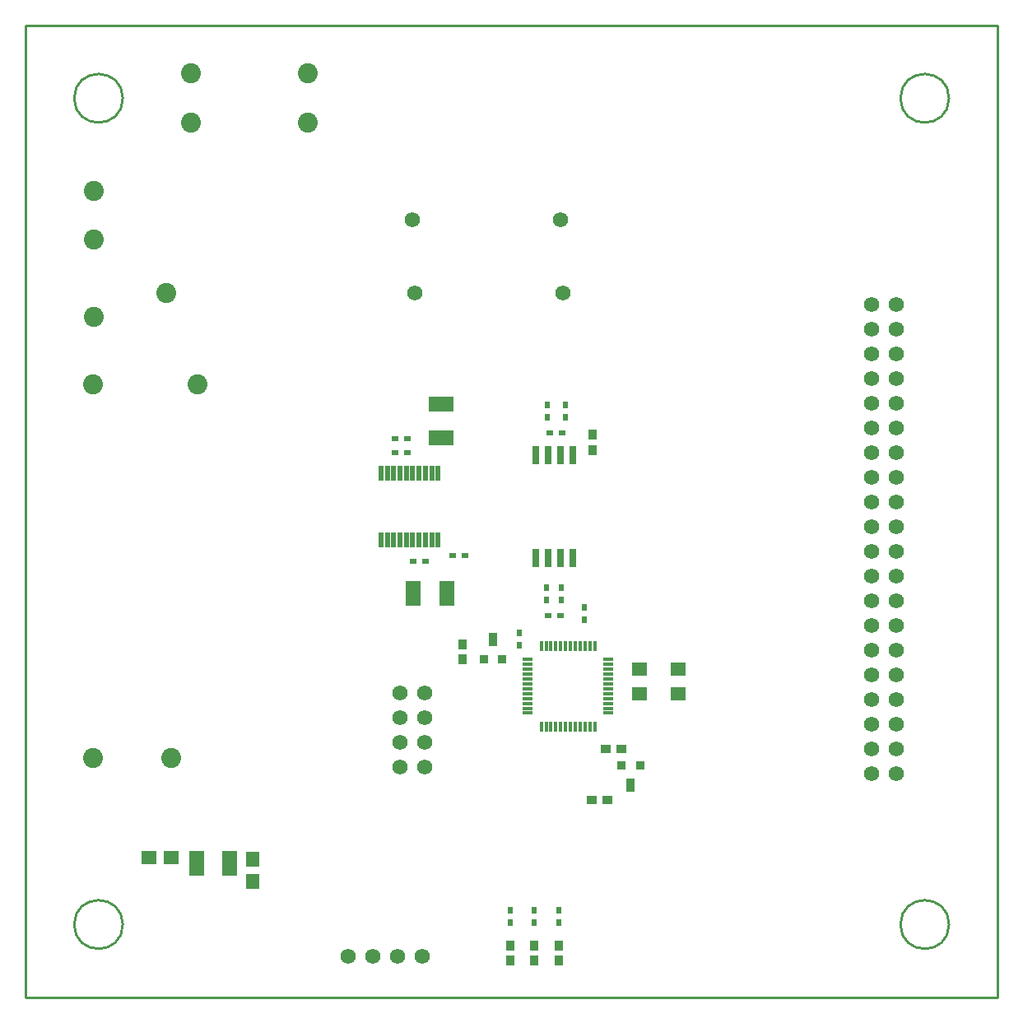
<source format=gts>
*
*
G04 PADS VX.1.2 Build Number: 698008 generated Gerber (RS-274-X) file*
G04 PC Version=2.1*
*
%IN "opqbox2.pcb"*%
*
%MOIN*%
*
%FSLAX35Y35*%
*
*
*
*
G04 PC Standard Apertures*
*
*
G04 Thermal Relief Aperture macro.*
%AMTER*
1,1,$1,0,0*
1,0,$1-$2,0,0*
21,0,$3,$4,0,0,45*
21,0,$3,$4,0,0,135*
%
*
*
G04 Annular Aperture macro.*
%AMANN*
1,1,$1,0,0*
1,0,$2,0,0*
%
*
*
G04 Odd Aperture macro.*
%AMODD*
1,1,$1,0,0*
1,0,$1-0.005,0,0*
%
*
*
G04 PC Custom Aperture Macros*
*
*
*
*
*
*
G04 PC Aperture Table*
*
%ADD010C,0.001*%
%ADD013C,0.01*%
%ADD134C,0.062*%
%ADD153R,0.032X0.04*%
%ADD154R,0.04X0.032*%
%ADD155R,0.062X0.102*%
%ADD157R,0.038X0.038*%
%ADD159C,0.08074*%
%ADD161R,0.102X0.062*%
%ADD163R,0.04137X0.01184*%
%ADD164R,0.01184X0.04137*%
%ADD177R,0.038X0.052*%
%ADD194R,0.022X0.027*%
%ADD195R,0.027X0.022*%
%ADD196R,0.06499X0.05318*%
%ADD197R,0.01972X0.06499*%
%ADD200R,0.052X0.062*%
%ADD201R,0.062X0.052*%
%ADD202R,0.02562X0.07287*%
*
*
*
*
G04 PC Circuitry*
G04 Layer Name opqbox2.pcb - circuitry*
%LPD*%
*
*
G04 PC Custom Flashes*
G04 Layer Name opqbox2.pcb - flashes*
%LPD*%
*
*
G04 PC Circuitry*
G04 Layer Name opqbox2.pcb - circuitry*
%LPD*%
*
G54D10*
G54D13*
G01X100000Y100000D02*
Y493701D01*
X493701*
Y100000*
X100000*
X139370Y129528D02*
G75*
G03X139370I-9842J0D01*
G01X474016D02*
G03X474016I-9843J0D01*
G01Y464173D02*
G03X474016I-9843J0D01*
G01X139370D02*
G03X139370I-9842J0D01*
G54D134*
G01X452520Y190551D03*
X442520D03*
X452520Y200551D03*
X442520D03*
X452520Y210551D03*
X442520D03*
X452520Y220551D03*
X442520D03*
X452520Y230551D03*
X442520D03*
X452520Y240551D03*
X442520D03*
X452520Y250551D03*
X442520D03*
X452520Y260551D03*
X442520D03*
X452520Y270551D03*
X442520D03*
X452520Y280551D03*
X442520D03*
X452520Y290551D03*
X442520D03*
X452520Y300551D03*
X442520D03*
X452520Y310551D03*
X442520D03*
X452520Y320551D03*
X442520D03*
X452520Y330551D03*
X442520D03*
X452520Y340551D03*
X442520D03*
X452520Y350551D03*
X442520D03*
X452520Y360551D03*
X442520D03*
X452520Y370551D03*
X442520D03*
X452520Y380551D03*
X442520D03*
X316535Y414961D03*
X256535D03*
X257480Y385433D03*
X317480D03*
X230709Y116535D03*
X240709D03*
X250709D03*
X260709D03*
X251575Y223425D03*
X261575D03*
X251575Y213425D03*
X261575D03*
X251575Y203425D03*
X261575D03*
X251575Y193425D03*
X261575D03*
G54D153*
X315945Y114813D03*
Y121013D03*
X306102Y114813D03*
Y121013D03*
X296260Y114813D03*
Y121013D03*
X276969Y243061D03*
Y236861D03*
X329528Y327903D03*
Y321703D03*
G54D154*
X335580Y179921D03*
X329380D03*
X341289Y200591D03*
X335089D03*
G54D155*
X169234Y154331D03*
X182734D03*
X270530Y263780D03*
X257030D03*
G54D157*
X348829Y194057D03*
X341329D03*
X285620Y236848D03*
X293120D03*
G54D159*
X127362Y348425D03*
X169685D03*
X158858Y196850D03*
X127362D03*
X157087Y385433D03*
X127559Y375591D03*
X214173Y454331D03*
Y474331D03*
X166929Y454331D03*
Y474331D03*
X127559Y426772D03*
Y407087D03*
G54D161*
X268307Y326715D03*
Y340215D03*
G54D163*
X336122Y215157D03*
Y217126D03*
Y219094D03*
Y221063D03*
Y223031D03*
Y225000D03*
Y226969D03*
Y228937D03*
Y230906D03*
Y232874D03*
Y234843D03*
Y236811D03*
X303248D03*
Y234843D03*
Y232874D03*
Y230906D03*
Y228937D03*
Y226969D03*
Y225000D03*
Y223031D03*
Y221063D03*
Y219094D03*
Y217126D03*
Y215157D03*
G54D164*
X330512Y242421D03*
X328543D03*
X326575D03*
X324606D03*
X322638D03*
X320669D03*
X318701D03*
X316732D03*
X314764D03*
X312795D03*
X310827D03*
X308858D03*
Y209547D03*
X310827D03*
X312795D03*
X314764D03*
X316732D03*
X318701D03*
X320669D03*
X322638D03*
X324606D03*
X326575D03*
X328543D03*
X330512D03*
G54D177*
X345079Y186057D03*
X289370Y244848D03*
G54D194*
X311417Y339902D03*
Y334902D03*
X315945Y135177D03*
Y130177D03*
X306102Y135177D03*
Y130177D03*
X296260Y135177D03*
Y130177D03*
X326378Y253012D03*
Y258012D03*
X299803Y247776D03*
Y242776D03*
X318504Y339902D03*
Y334902D03*
X316929Y265886D03*
Y260886D03*
X311024Y265886D03*
Y260886D03*
G54D195*
X272894Y278937D03*
X277894D03*
X256949Y276772D03*
X261949D03*
X311476Y254528D03*
X316476D03*
X312461Y328740D03*
X317461D03*
X254469Y326378D03*
X249469D03*
Y320472D03*
X254469D03*
G54D196*
X364370Y232874D03*
X348622D03*
Y223031D03*
X364370D03*
G54D197*
X243996Y285236D03*
X246555D03*
X249114D03*
X251673D03*
X254232D03*
X256791D03*
X259350D03*
X261909D03*
X264469D03*
X267028D03*
Y312402D03*
X264469D03*
X261909D03*
X259350D03*
X256791D03*
X254232D03*
X251673D03*
X249114D03*
X246555D03*
X243996D03*
G54D200*
X192126Y156075D03*
Y147075D03*
G54D201*
X158831Y156693D03*
X149831D03*
G54D202*
X321673Y319783D03*
X316673D03*
X311673D03*
X306673D03*
Y277854D03*
X311673D03*
X316673D03*
X321673D03*
G74*
X0Y0D02*
M02*

</source>
